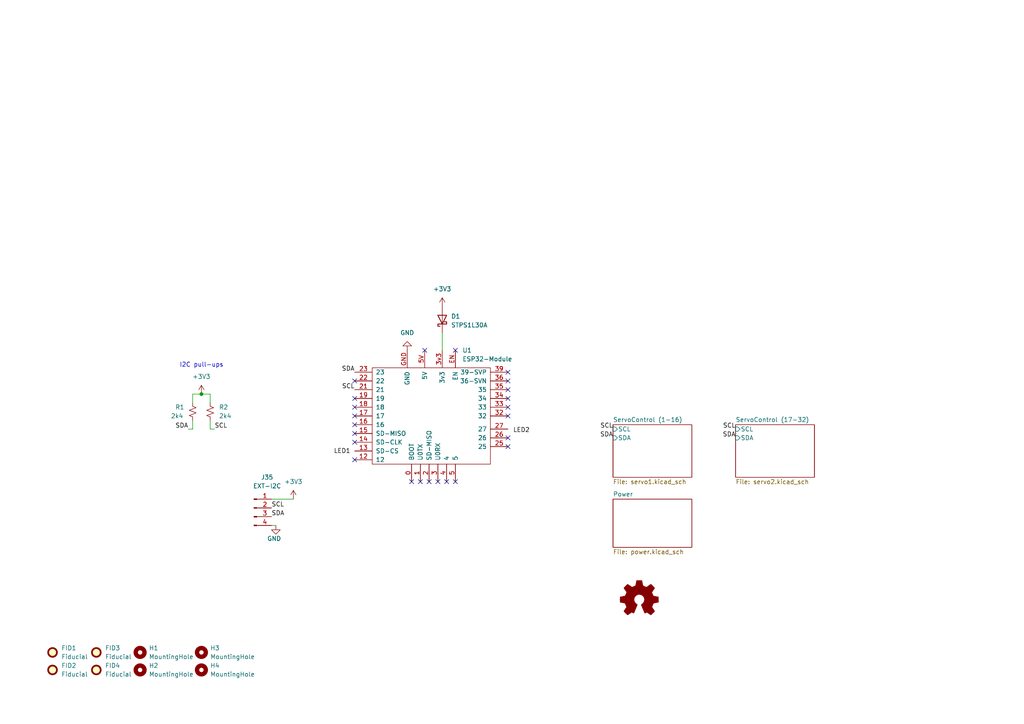
<source format=kicad_sch>
(kicad_sch (version 20230121) (generator eeschema)
  (paper "A4")
  (lib_symbols
    (symbol "Connector:Conn_01x04_Male" (pin_names (offset 1.016) hide)
      (property "Reference" "J" (at 0 5.08 0))
      (property "Value" "Conn_01x04_Male" (at 0 -7.62 0))
      (symbol "Conn_01x04_Male_1_1"
        (polyline (pts (xy 1.27 -5.08) (xy 0.8636 -5.08)) (stroke (width 0.1524)))
        (polyline (pts (xy 1.27 -2.54) (xy 0.8636 -2.54)) (stroke (width 0.1524)))
        (polyline (pts (xy 1.27 0) (xy 0.8636 0)) (stroke (width 0.1524)))
        (polyline (pts (xy 1.27 2.54) (xy 0.8636 2.54)) (stroke (width 0.1524)))
        (rectangle (start 0.8636 -4.953) (end 0 -5.207) (stroke (width 0.1524)) (fill (type outline)))
        (rectangle (start 0.8636 -2.413) (end 0 -2.667) (stroke (width 0.1524)) (fill (type outline)))
        (rectangle (start 0.8636 0.127) (end 0 -0.127) (stroke (width 0.1524)) (fill (type outline)))
        (rectangle (start 0.8636 2.667) (end 0 2.413) (stroke (width 0.1524)) (fill (type outline)))
        (pin passive line (at 5.08 2.54 180) (length 3.81) (name "Pin_1") (number "1"))
        (pin passive line (at 5.08 0 180) (length 3.81) (name "Pin_2") (number "2"))
        (pin passive line (at 5.08 -2.54 180) (length 3.81) (name "Pin_3") (number "3"))
        (pin passive line (at 5.08 -5.08 180) (length 3.81) (name "Pin_4") (number "4"))
      )
    )
    (symbol "Device:D_Schottky" (pin_numbers hide) (pin_names (offset 1.016) hide)
      (property "Reference" "D" (at 0 2.54 0))
      (property "Value" "D_Schottky" (at 0 -2.54 0))
      (symbol "D_Schottky_0_1"
        (polyline (pts (xy 1.27 0) (xy -1.27 0)))
        (polyline (pts (xy 1.27 1.27) (xy 1.27 -1.27) (xy -1.27 0) (xy 1.27 1.27)) (stroke (width 0.254)))
        (polyline (pts (xy -1.905 0.635) (xy -1.905 1.27) (xy -1.27 1.27) (xy -1.27 -1.27) (xy -0.635 -1.27) (xy -0.635 -0.635)) (stroke (width 0.254)))
      )
      (symbol "D_Schottky_1_1"
        (pin passive line (at -3.81 0 0) (length 2.54) (name "K") (number "1"))
        (pin passive line (at 3.81 0 180) (length 2.54) (name "A") (number "2"))
      )
    )
    (symbol "Device:R_Small_US" (pin_numbers hide) (pin_names (offset 0.254) hide)
      (property "Reference" "R" (at 0.762 0.508 0))
      (property "Value" "R_Small_US" (at 0.762 -1.016 0))
      (symbol "R_Small_US_1_1"
        (polyline (pts (xy 0 0) (xy 1.016 -0.381) (xy 0 -0.762) (xy -1.016 -1.143) (xy 0 -1.524)))
        (polyline (pts (xy 0 1.524) (xy 1.016 1.143) (xy 0 0.762) (xy -1.016 0.381) (xy 0 0)))
        (pin passive line (at 0 2.54 270) (length 1.016) (name "~") (number "1"))
        (pin passive line (at 0 -2.54 90) (length 1.016) (name "~") (number "2"))
      )
    )
    (symbol "Graphic:Logo_Open_Hardware_Small" (pin_names (offset 1.016))
      (symbol "Logo_Open_Hardware_Small_0_1"
        (polyline (pts (xy 3.3528 -4.3434) (xy 3.302 -4.318) (xy 3.175 -4.2418) (xy 2.9972 -4.1148) (xy 2.7686 -3.9624) (xy 2.54 -3.81) (xy 2.3622 -3.7084) (xy 2.2352 -3.6068) (xy 2.1844 -3.5814) (xy 2.159 -3.6068) (xy 2.0574 -3.6576) (xy 1.905 -3.7338) (xy 1.8034 -3.7846) (xy 1.6764 -3.8354) (xy 1.6002 -3.8354) (xy 1.6002 -3.8354) (xy 1.5494 -3.7338) (xy 1.4732 -3.5306) (xy 1.3462 -3.302) (xy 1.2446 -3.0226) (xy 1.1176 -2.7178) (xy 0.9652 -2.413) (xy 0.8636 -2.1082) (xy 0.7366 -1.8288) (xy 0.6604 -1.6256) (xy 0.6096 -1.4732) (xy 0.5842 -1.397) (xy 0.5842 -1.397) (xy 0.6604 -1.3208) (xy 0.7874 -1.2446) (xy 1.0414 -1.016) (xy 1.2954 -0.6858) (xy 1.4478 -0.3302) (xy 1.524 0.0762) (xy 1.4732 0.4572) (xy 1.3208 0.8128) (xy 1.0668 1.143) (xy 0.762 1.3716) (xy 0.4064 1.524) (xy 0 1.5748) (xy -0.381 1.5494) (xy -0.7366 1.397) (xy -1.0668 1.143) (xy -1.2192 0.9906) (xy -1.397 0.6604) (xy -1.524 0.3048) (xy -1.524 0.2286) (xy -1.4986 -0.1778) (xy -1.397 -0.5334) (xy -1.1938 -0.8636) (xy -0.9144 -1.143) (xy -0.8636 -1.1684) (xy -0.7366 -1.27) (xy -0.635 -1.3462) (xy -0.5842 -1.397) (xy -1.0668 -2.5908) (xy -1.143 -2.794) (xy -1.2954 -3.1242) (xy -1.397 -3.4036) (xy -1.4986 -3.6322) (xy -1.5748 -3.7846) (xy -1.6002 -3.8354) (xy -1.6002 -3.8354) (xy -1.651 -3.8354) (xy -1.7272 -3.81) (xy -1.905 -3.7338) (xy -2.0066 -3.683) (xy -2.1336 -3.6068) (xy -2.2098 -3.5814) (xy -2.2606 -3.6068) (xy -2.3622 -3.683) (xy -2.54 -3.81) (xy -2.7686 -3.9624) (xy -2.9718 -4.0894) (xy -3.1496 -4.2164) (xy -3.302 -4.318) (xy -3.3528 -4.3434) (xy -3.3782 -4.3434) (xy -3.429 -4.318) (xy -3.5306 -4.2164) (xy -3.7084 -4.064) (xy -3.937 -3.8354) (xy -3.9624 -3.81) (xy -4.1656 -3.6068) (xy -4.318 -3.4544) (xy -4.4196 -3.3274) (xy -4.445 -3.2766) (xy -4.445 -3.2766) (xy -4.4196 -3.2258) (xy -4.318 -3.0734) (xy -4.2164 -2.8956) (xy -4.064 -2.667) (xy -3.6576 -2.0828) (xy -3.8862 -1.5494) (xy -3.937 -1.3716) (xy -4.0386 -1.1684) (xy -4.0894 -1.0414) (xy -4.1148 -0.9652) (xy -4.191 -0.9398) (xy -4.318 -0.9144) (xy -4.5466 -0.8636) (xy -4.8006 -0.8128) (xy -5.0546 -0.7874) (xy -5.2578 -0.7366) (xy -5.4356 -0.7112) (xy -5.5118 -0.6858) (xy -5.5118 -0.6858) (xy -5.5372 -0.635) (xy -5.5372 -0.5588) (xy -5.5372 -0.4318) (xy -5.5626 -0.2286) (xy -5.5626 0.0762) (xy -5.5626 0.127) (xy -5.5372 0.4064) (xy -5.5372 0.635) (xy -5.5372 0.762) (xy -5.5372 0.8382) (xy -5.5372 0.8382) (xy -5.461 0.8382) (xy -5.3086 0.889) (xy -5.08 0.9144) (xy -4.826 0.9652) (xy -4.8006 0.9906) (xy -4.5466 1.0414) (xy -4.318 1.0668) (xy -4.1656 1.1176) (xy -4.0894 1.143) (xy -4.0894 1.143) (xy -4.0386 1.2446) (xy -3.9624 1.4224) (xy -3.8608 1.6256) (xy -3.7846 1.8288) (xy -3.7084 2.0066) (xy -3.6576 2.159) (xy -3.6322 2.2098) (xy -3.6322 2.2098) (xy -3.683 2.286) (xy -3.7592 2.413) (xy -3.8862 2.5908) (xy -4.064 2.8194) (xy -4.064 2.8448) (xy -4.2164 3.0734) (xy -4.3434 3.2512) (xy -4.4196 3.3782) (xy -4.445 3.4544) (xy -4.445 3.4544) (xy -4.3942 3.5052) (xy -4.2926 3.6322) (xy -4.1148 3.81) (xy -3.937 4.0132) (xy -3.8608 4.064) (xy -3.6576 4.2926) (xy -3.5052 4.4196) (xy -3.4036 4.4958) (xy -3.3528 4.5212) (xy -3.3528 4.5212) (xy -3.302 4.4704) (xy -3.1496 4.3688) (xy -2.9718 4.2418) (xy -2.7432 4.0894) (xy -2.7178 4.0894) (xy -2.4892 3.937) (xy -2.3114 3.81) (xy -2.1844 3.7084) (xy -2.1336 3.683) (xy -2.1082 3.683) (xy -2.032 3.7084) (xy -1.8542 3.7592) (xy -1.6764 3.8354) (xy -1.4732 3.937) (xy -1.27 4.0132) (xy -1.143 4.064) (xy -1.0668 4.1148) (xy -1.0668 4.1148) (xy -1.0414 4.191) (xy -1.016 4.3434) (xy -0.9652 4.572) (xy -0.9144 4.8514) (xy -0.889 4.9022) (xy -0.8382 5.1562) (xy -0.8128 5.3848) (xy -0.7874 5.5372) (xy -0.762 5.588) (xy -0.7112 5.6134) (xy -0.5842 5.6134) (xy -0.4064 5.6134) (xy -0.1524 5.6134) (xy 0.0762 5.6134) (xy 0.3302 5.6134) (xy 0.5334 5.6134) (xy 0.6858 5.588) (xy 0.7366 5.588) (xy 0.7366 5.588) (xy 0.762 5.5118) (xy 0.8128 5.334) (xy 0.8382 5.1054) (xy 0.9144 4.826) (xy 0.9144 4.7752) (xy 0.9652 4.5212) (xy 1.016 4.2926) (xy 1.0414 4.1402) (xy 1.0668 4.0894) (xy 1.0668 4.0894) (xy 1.1938 4.0386) (xy 1.3716 3.9624) (xy 1.5748 3.8608) (xy 2.0828 3.6576) (xy 2.7178 4.0894) (xy 2.7686 4.1402) (xy 2.9972 4.2926) (xy 3.175 4.4196) (xy 3.302 4.4958) (xy 3.3782 4.5212) (xy 3.3782 4.5212) (xy 3.429 4.4704) (xy 3.556 4.3434) (xy 3.7338 4.191) (xy 3.9116 3.9878) (xy 4.064 3.8354) (xy 4.2418 3.6576) (xy 4.3434 3.556) (xy 4.4196 3.4798) (xy 4.4196 3.429) (xy 4.4196 3.4036) (xy 4.3942 3.3274) (xy 4.2926 3.2004) (xy 4.1656 2.9972) (xy 4.0132 2.794) (xy 3.8862 2.5908) (xy 3.7592 2.3876) (xy 3.6576 2.2352) (xy 3.6322 2.159) (xy 3.6322 2.1336) (xy 3.683 2.0066) (xy 3.7592 1.8288) (xy 3.8608 1.6002) (xy 4.064 1.1176) (xy 4.3942 1.0414) (xy 4.5974 1.016) (xy 4.8768 0.9652) (xy 5.1308 0.9144) (xy 5.5372 0.8382) (xy 5.5626 -0.6604) (xy 5.4864 -0.6858) (xy 5.4356 -0.6858) (xy 5.2832 -0.7366) (xy 5.0546 -0.762) (xy 4.8006 -0.8128) (xy 4.5974 -0.8636) (xy 4.3688 -0.9144) (xy 4.2164 -0.9398) (xy 4.1402 -0.9398) (xy 4.1148 -0.9652) (xy 4.064 -1.0668) (xy 3.9878 -1.2446) (xy 3.9116 -1.4478) (xy 3.81 -1.651) (xy 3.7338 -1.8542) (xy 3.683 -2.0066) (xy 3.6576 -2.0828) (xy 3.683 -2.1336) (xy 3.7846 -2.2606) (xy 3.8862 -2.4638) (xy 4.0386 -2.667) (xy 4.191 -2.8956) (xy 4.318 -3.0734) (xy 4.3942 -3.2004) (xy 4.445 -3.2766) (xy 4.4196 -3.3274) (xy 4.3434 -3.429) (xy 4.1656 -3.5814) (xy 3.937 -3.8354) (xy 3.8862 -3.8608) (xy 3.683 -4.064) (xy 3.5306 -4.2164) (xy 3.4036 -4.318) (xy 3.3528 -4.3434)) (fill (type outline)))
      )
    )
    (symbol "Mechanical:Fiducial"
      (property "Reference" "FID" (at 0 5.08 0))
      (property "Value" "Fiducial" (at 0 3.175 0))
      (symbol "Fiducial_0_1"
        (circle (center 0 0) (radius 1.27) (stroke (width 0.508)) (fill (type background)))
      )
    )
    (symbol "Mechanical:MountingHole" (pin_names (offset 1.016))
      (property "Reference" "H" (at 0 5.08 0))
      (property "Value" "MountingHole" (at 0 3.175 0))
      (symbol "MountingHole_0_1"
        (circle (center 0 0) (radius 1.27) (stroke (width 1.27)))
      )
    )
    (symbol "TTGO-T1-DEVKITC:ESP32-Module" (pin_names (offset 1.016))
      (property "Reference" "U" (at -10.16 21.59 0))
      (property "Value" "ESP32-Module" (at 5.08 10.16 0))
      (symbol "ESP32-Module_0_1"
        (rectangle (start -12.7 20.32) (end 21.59 -7.62))
      )
      (symbol "ESP32-Module_1_1"
        (pin bidirectional line (at -1.27 -12.7 90) (length 5.08) (name "BOOT") (number "0"))
        (pin bidirectional line (at 1.27 -12.7 90) (length 5.08) (name "U0TX") (number "1"))
        (pin bidirectional line (at -17.78 -6.35 0) (length 5.08) (name "12") (number "12"))
        (pin bidirectional line (at -17.78 -3.81 0) (length 5.08) (name "SD-CS") (number "13"))
        (pin bidirectional line (at -17.78 -1.27 0) (length 5.08) (name "SD-CLK") (number "14"))
        (pin bidirectional line (at -17.78 1.27 0) (length 5.08) (name "SD-MISO") (number "15"))
        (pin bidirectional line (at -17.78 3.81 0) (length 5.08) (name "16") (number "16"))
        (pin bidirectional line (at -17.78 6.35 0) (length 5.08) (name "17") (number "17"))
        (pin bidirectional line (at -17.78 8.89 0) (length 5.08) (name "18") (number "18"))
        (pin bidirectional line (at -17.78 11.43 0) (length 5.08) (name "19") (number "19"))
        (pin bidirectional line (at 3.81 -12.7 90) (length 5.08) (name "SD-MISO") (number "2"))
        (pin bidirectional line (at -17.78 13.97 0) (length 5.08) (name "21") (number "21"))
        (pin bidirectional line (at -17.78 16.51 0) (length 5.08) (name "22") (number "22"))
        (pin bidirectional line (at -17.78 19.05 0) (length 5.08) (name "23") (number "23"))
        (pin bidirectional line (at 26.67 -2.54 180) (length 5.08) (name "25") (number "25"))
        (pin bidirectional line (at 26.67 0 180) (length 5.08) (name "26") (number "26"))
        (pin bidirectional line (at 26.67 2.54 180) (length 5.08) (name "27") (number "27"))
        (pin bidirectional line (at 6.35 -12.7 90) (length 5.08) (name "U0RX") (number "3"))
        (pin bidirectional line (at 26.67 6.35 180) (length 5.08) (name "32") (number "32"))
        (pin bidirectional line (at 26.67 8.89 180) (length 5.08) (name "33") (number "33"))
        (pin input line (at 26.67 11.43 180) (length 5.08) (name "34") (number "34"))
        (pin input line (at 26.67 13.97 180) (length 5.08) (name "35") (number "35"))
        (pin input line (at 26.67 16.51 180) (length 5.08) (name "36-SVN") (number "36"))
        (pin input line (at 26.67 19.05 180) (length 5.08) (name "39-SVP") (number "39"))
        (pin power_in line (at 7.62 25.4 270) (length 5.08) (name "3v3") (number "3v3"))
        (pin bidirectional line (at 8.89 -12.7 90) (length 5.08) (name "4") (number "4"))
        (pin bidirectional line (at 11.43 -12.7 90) (length 5.08) (name "5") (number "5"))
        (pin power_in line (at 2.54 25.4 270) (length 5.08) (name "5V") (number "5V"))
        (pin input line (at 11.43 25.4 270) (length 5.08) (name "EN") (number "EN"))
        (pin power_in line (at -2.54 25.4 270) (length 5.08) (name "GND") (number "GND"))
      )
    )
    (symbol "power:+3V3" (power) (pin_names (offset 0))
      (property "Value" "+3V3" (at 0 3.556 0))
      (symbol "+3V3_0_1"
        (polyline (pts (xy -0.762 1.27) (xy 0 2.54)))
        (polyline (pts (xy 0 0) (xy 0 2.54)))
        (polyline (pts (xy 0 2.54) (xy 0.762 1.27)))
      )
      (symbol "+3V3_1_1"
        (pin power_in line (at 0 0 90) (length 0) hide (name "+3V3") (number "1"))
      )
    )
    (symbol "power:GND" (power) (pin_names (offset 0))
      (property "Value" "GND" (at 0 -3.81 0))
      (symbol "GND_0_1"
        (polyline (pts (xy 0 0) (xy 0 -1.27) (xy 1.27 -1.27) (xy 0 -2.54) (xy -1.27 -1.27) (xy 0 -1.27)))
      )
      (symbol "GND_1_1"
        (pin power_in line (at 0 0 270) (length 0) hide (name "GND") (number "1"))
      )
    )
  )
  (junction (at 58.42 114.3))
  (no_connect (at 127 139.7))
  (no_connect (at 121.92 139.7))
  (no_connect (at 119.38 139.7))
  (no_connect (at 132.08 101.6))
  (no_connect (at 102.87 133.35))
  (no_connect (at 102.87 128.27))
  (no_connect (at 102.87 125.73))
  (no_connect (at 132.08 139.7))
  (no_connect (at 129.54 139.7))
  (no_connect (at 124.46 139.7))
  (no_connect (at 102.87 115.57))
  (no_connect (at 102.87 123.19))
  (no_connect (at 102.87 120.65))
  (no_connect (at 102.87 118.11))
  (no_connect (at 147.32 107.95))
  (no_connect (at 147.32 110.49))
  (no_connect (at 147.32 113.03))
  (no_connect (at 147.32 115.57))
  (no_connect (at 147.32 118.11))
  (no_connect (at 147.32 120.65))
  (no_connect (at 147.32 127))
  (no_connect (at 147.32 129.54))
  (no_connect (at 102.87 110.49))
  (no_connect (at 123.19 101.6))
  (wire (pts (xy 55.88 124.46) (xy 54.61 124.46)))
  (wire (pts (xy 60.96 121.92) (xy 60.96 124.46)))
  (wire (pts (xy 78.74 144.78) (xy 85.09 144.78)))
  (wire (pts (xy 60.96 114.3) (xy 60.96 116.84)))
  (wire (pts (xy 55.88 121.92) (xy 55.88 124.46)))
  (wire (pts (xy 58.42 114.3) (xy 55.88 114.3)))
  (wire (pts (xy 58.42 114.3) (xy 60.96 114.3)))
  (wire (pts (xy 55.88 114.3) (xy 55.88 116.84)))
  (wire (pts (xy 78.74 152.4) (xy 80.01 152.4)))
  (wire (pts (xy 60.96 124.46) (xy 62.23 124.46)))
  (wire (pts (xy 128.27 96.52) (xy 128.27 101.6)))
  (text "I2C pull-ups" (at 52.07 106.68 0) (effects (font (size 1.27 1.27)) (justify left bottom)))
  (label "SDA" (at 54.61 124.46 180))
  (label "LED2" (at 153.67 125.73 180))
  (label "SDA" (at 177.8 127 180))
  (label "SDA" (at 213.36 127 180))
  (label "SCL" (at 102.87 113.03 180))
  (label "SDA" (at 102.87 107.95 180))
  (label "LED1" (at 101.654 131.8114 180))
  (label "SCL" (at 78.74 147.32 0))
  (label "SCL" (at 177.8 124.46 180))
  (label "SCL" (at 62.23 124.46 0))
  (label "SDA" (at 78.74 149.86 0))
  (label "SCL" (at 213.36 124.46 180))
  (symbol (lib_id "Mechanical:Fiducial") (at 15.24 194.31 0) (unit 1)
    (property "Reference" "FID2" (at 17.78 193.0399 0) (effects (justify left)))
    (property "Value" "Fiducial" (at 17.78 195.5799 0) (effects (justify left)))
    (property "Footprint" "Fiducial:Fiducial_0.5mm_Mask1mm" (effects hide))
  )
  (symbol (lib_id "Connector:Conn_01x04_Male") (at 73.66 147.32 0) (unit 1)
    (property "Reference" "J35" (at 77.47 138.43 0))
    (property "Value" "EXT-I2C" (at 77.47 140.97 0))
    (property "Footprint" "Connector_PinHeader_2.54mm:PinHeader_1x04_P2.54mm_Vertical" (effects hide))
  )
  (symbol (lib_id "power:+3V3") (at 128.27 88.9 0) (unit 1)
    (property "Reference" "#PWR03" (effects hide))
    (property "Value" "+3V3" (at 128.27 83.82 0))
  )
  (symbol (lib_id "Mechanical:Fiducial") (at 15.24 189.23 0) (unit 1)
    (property "Reference" "FID1" (at 17.78 187.9599 0) (effects (justify left)))
    (property "Value" "Fiducial" (at 17.78 190.4999 0) (effects (justify left)))
    (property "Footprint" "Fiducial:Fiducial_0.5mm_Mask1mm" (effects hide))
  )
  (symbol (lib_id "Device:R_Small_US") (at 60.96 119.38 0) (unit 1)
    (property "Reference" "R2" (at 63.5 118.1099 0) (effects (justify left)))
    (property "Value" "2k4" (at 63.5 120.6499 0) (effects (justify left)))
    (property "Footprint" "Resistor_SMD:R_0603_1608Metric_Pad0.98x0.95mm_HandSolder" (effects hide))
  )
  (symbol (lib_id "power:GND") (at 118.11 101.6 180) (unit 1)
    (property "Reference" "#PWR02" (effects hide))
    (property "Value" "GND" (at 118.11 96.52 0))
  )
  (symbol (lib_id "Mechanical:Fiducial") (at 27.94 189.23 0) (unit 1)
    (property "Reference" "FID3" (at 30.48 187.9599 0) (effects (justify left)))
    (property "Value" "Fiducial" (at 30.48 190.4999 0) (effects (justify left)))
    (property "Footprint" "Fiducial:Fiducial_0.5mm_Mask1mm" (effects hide))
  )
  (symbol (lib_id "Mechanical:MountingHole") (at 58.42 194.31 0) (unit 1)
    (property "Reference" "H4" (at 60.96 193.0399 0) (effects (justify left)))
    (property "Value" "MountingHole" (at 60.96 195.5799 0) (effects (justify left)))
    (property "Footprint" "MountingHole:MountingHole_3.2mm_M3_Pad" (effects hide))
  )
  (symbol (lib_id "Device:D_Schottky") (at 128.27 92.71 90) (unit 1)
    (property "Reference" "D1" (at 130.81 91.7574 90) (effects (justify right)))
    (property "Value" "STPS1L30A" (at 130.81 94.2974 90) (effects (justify right)))
    (property "Footprint" "Diode_SMD:D_SMA_Handsoldering" (effects hide))
    (property "Mouser" "511-STPS1L30AFN" (effects hide))
  )
  (symbol (lib_id "Device:R_Small_US") (at 55.88 119.38 0) (unit 1)
    (property "Reference" "R1" (at 50.8 118.11 0) (effects (justify left)))
    (property "Value" "2k4" (at 49.53 120.65 0) (effects (justify left)))
    (property "Footprint" "Resistor_SMD:R_0603_1608Metric_Pad0.98x0.95mm_HandSolder" (effects hide))
  )
  (symbol (lib_id "power:GND") (at 80.01 152.4 0) (unit 1)
    (property "Reference" "#PWR0103" (effects hide))
    (property "Value" "GND" (at 77.47 156.21 0) (effects (justify left)))
  )
  (symbol (lib_id "Mechanical:MountingHole") (at 58.42 189.23 0) (unit 1)
    (property "Reference" "H3" (at 60.96 187.9599 0) (effects (justify left)))
    (property "Value" "MountingHole" (at 60.96 190.4999 0) (effects (justify left)))
    (property "Footprint" "MountingHole:MountingHole_3.2mm_M3_Pad" (effects hide))
  )
  (symbol (lib_id "power:+3V3") (at 85.09 144.78 0) (unit 1)
    (property "Reference" "#PWR0104" (effects hide))
    (property "Value" "+3V3" (at 85.09 139.7 0))
  )
  (symbol (lib_id "power:+3V3") (at 58.42 114.3 0) (unit 1)
    (property "Reference" "#PWR01" (effects hide))
    (property "Value" "+3V3" (at 58.42 109.22 0))
  )
  (symbol (lib_id "Mechanical:MountingHole") (at 40.64 189.23 0) (unit 1)
    (property "Reference" "H1" (at 43.18 187.9599 0) (effects (justify left)))
    (property "Value" "MountingHole" (at 43.18 190.4999 0) (effects (justify left)))
    (property "Footprint" "MountingHole:MountingHole_3.2mm_M3_Pad" (effects hide))
  )
  (symbol (lib_id "Mechanical:MountingHole") (at 40.64 194.31 0) (unit 1)
    (property "Reference" "H2" (at 43.18 193.0399 0) (effects (justify left)))
    (property "Value" "MountingHole" (at 43.18 195.5799 0) (effects (justify left)))
    (property "Footprint" "MountingHole:MountingHole_3.2mm_M3_Pad" (effects hide))
  )
  (symbol (lib_id "Graphic:Logo_Open_Hardware_Small") (at 185.42 173.99 0) (unit 1)
    (property "Reference" "#LOGO1" (effects hide))
    (property "Value" "Logo_Open_Hardware_Small" (effects hide))
  )
  (symbol (lib_id "Mechanical:Fiducial") (at 27.94 194.31 0) (unit 1)
    (property "Reference" "FID4" (at 30.48 193.0399 0) (effects (justify left)))
    (property "Value" "Fiducial" (at 30.48 195.5799 0) (effects (justify left)))
    (property "Footprint" "Fiducial:Fiducial_0.5mm_Mask1mm" (effects hide))
  )
  (symbol (lib_id "TTGO-T1-DEVKITC:ESP32-Module") (at 120.65 127 0) (unit 1)
    (property "Reference" "U1" (at 134.0994 101.6 0) (effects (justify left)))
    (property "Value" "ESP32-Module" (at 134.0994 104.14 0) (effects (justify left)))
    (property "Footprint" "Components:TTGO-T1-DEVKIT-C" (effects hide))
  )
  (sheet (at 177.8 123.19) (size 22.86 15.24) (stroke (width 0.1524))
    (property "Sheetname" "ServoControl (1-16)" (at 177.8 122.4784 0) (effects (justify left bottom)))
    (property "Sheetfile" "servo1.kicad_sch" (at 177.8 139.0146 0) (effects (justify left top)))
    (pin "SCL" input (at 177.8 124.46 180))
    (pin "SDA" input (at 177.8 127 180))
  )
  (sheet (at 177.8 144.78) (size 22.86 13.97) (stroke (width 0.1524))
    (property "Sheetname" "Power" (at 177.8 144.0684 0) (effects (justify left bottom)))
    (property "Sheetfile" "power.kicad_sch" (at 177.8 159.3346 0) (effects (justify left top)))
  )
  (sheet (at 213.36 123.19) (size 22.86 15.24) (stroke (width 0.1524))
    (property "Sheetname" "ServoControl (17-32)" (at 213.36 122.4784 0) (effects (justify left bottom)))
    (property "Sheetfile" "servo2.kicad_sch" (at 213.36 139.0146 0) (effects (justify left top)))
    (pin "SCL" input (at 213.36 124.46 180))
    (pin "SDA" input (at 213.36 127 180))
  )
)
</source>
